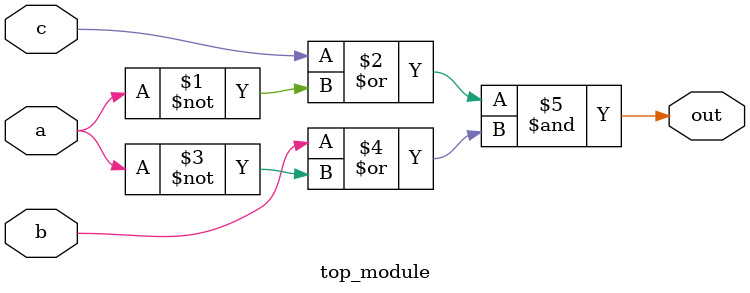
<source format=sv>
module top_module(
    input a,
    input b, 
    input c,
    output out
);

assign out = (c | ~a) & (b | ~a);

endmodule

</source>
